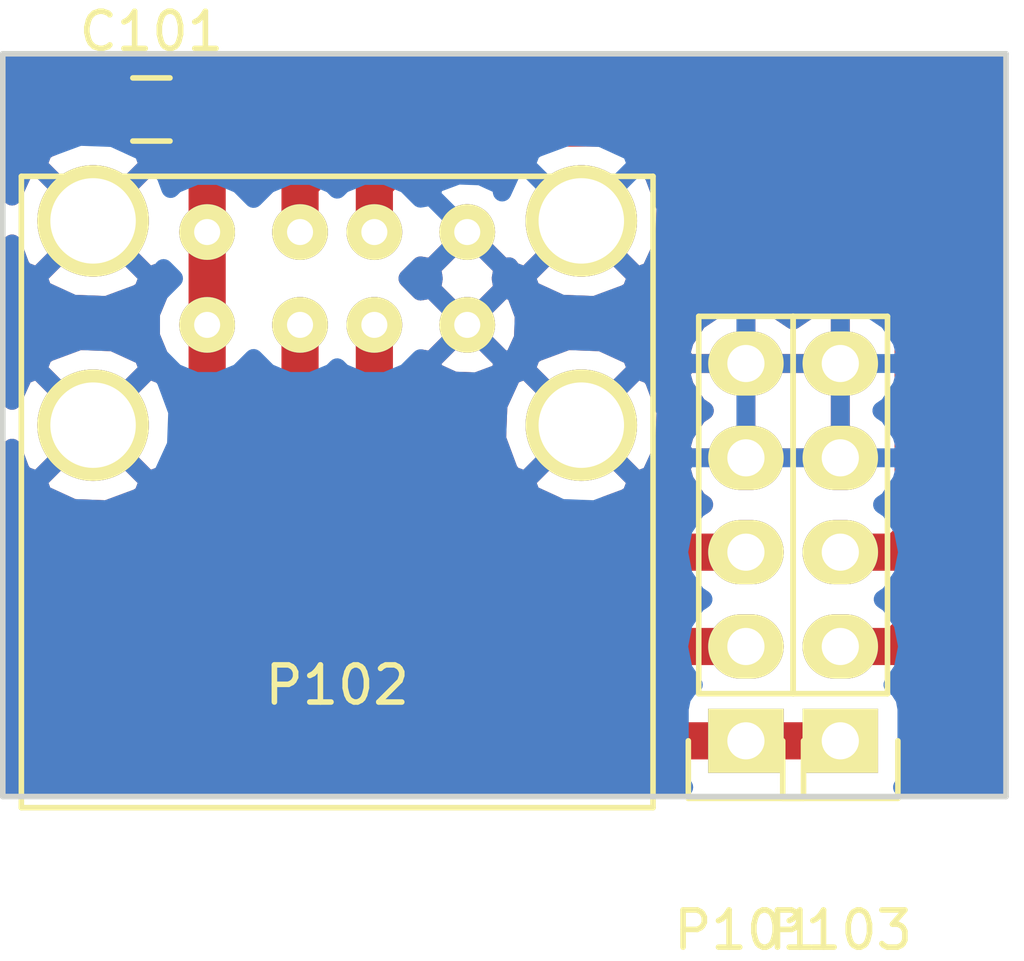
<source format=kicad_pcb>
(kicad_pcb (version 4) (host pcbnew 4.0.2+e4-6225~38~ubuntu14.04.1-stable)

  (general
    (links 18)
    (no_connects 0)
    (area 110.924999 67.725 138.698334 94.125)
    (thickness 1.6)
    (drawings 4)
    (tracks 27)
    (zones 0)
    (modules 4)
    (nets 7)
  )

  (page A4)
  (layers
    (0 F.Cu signal)
    (31 B.Cu signal)
    (33 F.Adhes user)
    (35 F.Paste user)
    (37 F.SilkS user)
    (39 F.Mask user)
    (40 Dwgs.User user)
    (41 Cmts.User user)
    (42 Eco1.User user)
    (43 Eco2.User user)
    (44 Edge.Cuts user)
    (45 Margin user)
    (47 F.CrtYd user)
    (49 F.Fab user)
  )

  (setup
    (last_trace_width 1)
    (trace_clearance 0.25)
    (zone_clearance 0.508)
    (zone_45_only no)
    (trace_min 0.2)
    (segment_width 0.2)
    (edge_width 0.15)
    (via_size 1.5)
    (via_drill 1)
    (via_min_size 0.4)
    (via_min_drill 0.3)
    (uvia_size 0.3)
    (uvia_drill 0.1)
    (uvias_allowed no)
    (uvia_min_size 0.2)
    (uvia_min_drill 0.1)
    (pcb_text_width 0.3)
    (pcb_text_size 1.5 1.5)
    (mod_edge_width 0.15)
    (mod_text_size 1 1)
    (mod_text_width 0.15)
    (pad_size 2.032 1.7272)
    (pad_drill 1)
    (pad_to_mask_clearance 0.2)
    (aux_axis_origin 0 0)
    (visible_elements FFFFFF7F)
    (pcbplotparams
      (layerselection 0x01000_80000001)
      (usegerberextensions false)
      (excludeedgelayer true)
      (linewidth 0.050000)
      (plotframeref false)
      (viasonmask false)
      (mode 1)
      (useauxorigin false)
      (hpglpennumber 1)
      (hpglpenspeed 20)
      (hpglpendiameter 15)
      (hpglpenoverlay 2)
      (psnegative false)
      (psa4output false)
      (plotreference true)
      (plotvalue true)
      (plotinvisibletext false)
      (padsonsilk false)
      (subtractmaskfromsilk false)
      (outputformat 1)
      (mirror false)
      (drillshape 0)
      (scaleselection 1)
      (outputdirectory ./manufacture))
  )

  (net 0 "")
  (net 1 "Net-(P101-Pad2)")
  (net 2 "Net-(P101-Pad3)")
  (net 3 "Net-(P102-Pad7)")
  (net 4 "Net-(P102-Pad8)")
  (net 5 GND)
  (net 6 "Net-(C101-Pad2)")

  (net_class Default "This is the default net class."
    (clearance 0.25)
    (trace_width 1)
    (via_dia 1.5)
    (via_drill 1)
    (uvia_dia 0.3)
    (uvia_drill 0.1)
    (add_net GND)
    (add_net "Net-(C101-Pad2)")
    (add_net "Net-(P101-Pad2)")
    (add_net "Net-(P101-Pad3)")
    (add_net "Net-(P102-Pad7)")
    (add_net "Net-(P102-Pad8)")
  )

  (module dolf_kicad:USB_A_double (layer F.Cu) (tedit 57727AA7) (tstamp 57726DF7)
    (at 120 79.5 180)
    (path /57726A49)
    (fp_text reference P102 (at 0 -7 180) (layer F.SilkS)
      (effects (font (size 1 1) (thickness 0.15)))
    )
    (fp_text value USB_A_double (at 0 -9 180) (layer F.Fab)
      (effects (font (size 1 1) (thickness 0.15)))
    )
    (fp_line (start -8.5 -10.3) (end -8.5 6.7) (layer F.SilkS) (width 0.15))
    (fp_line (start -8.5 6.7) (end 8.5 6.7) (layer F.SilkS) (width 0.15))
    (fp_line (start 8.5 -10.3) (end 8.5 6.7) (layer F.SilkS) (width 0.15))
    (fp_line (start -8.5 -10.3) (end 8.5 -10.3) (layer F.SilkS) (width 0.15))
    (pad 4 thru_hole circle (at -3.5 2.7 180) (size 1.5 1.5) (drill 0.7) (layers *.Cu *.Mask F.SilkS)
      (net 5 GND))
    (pad 3 thru_hole circle (at -1 2.7 180) (size 1.5 1.5) (drill 0.7) (layers *.Cu *.Mask F.SilkS)
      (net 2 "Net-(P101-Pad3)"))
    (pad 2 thru_hole circle (at 1 2.7 180) (size 1.5 1.5) (drill 0.7) (layers *.Cu *.Mask F.SilkS)
      (net 1 "Net-(P101-Pad2)"))
    (pad 1 thru_hole circle (at 3.5 2.7 180) (size 1.5 1.5) (drill 0.7) (layers *.Cu *.Mask F.SilkS)
      (net 6 "Net-(C101-Pad2)"))
    (pad 6 thru_hole circle (at 3.5 5.2 180) (size 1.5 1.5) (drill 0.7) (layers *.Cu *.Mask F.SilkS)
      (net 6 "Net-(C101-Pad2)"))
    (pad 7 thru_hole circle (at 1 5.2 180) (size 1.5 1.5) (drill 0.7) (layers *.Cu *.Mask F.SilkS)
      (net 3 "Net-(P102-Pad7)"))
    (pad 8 thru_hole circle (at -1 5.2 180) (size 1.5 1.5) (drill 0.7) (layers *.Cu *.Mask F.SilkS)
      (net 4 "Net-(P102-Pad8)"))
    (pad 9 thru_hole circle (at -3.5 5.2 180) (size 1.5 1.5) (drill 0.7) (layers *.Cu *.Mask F.SilkS)
      (net 5 GND))
    (pad 5 thru_hole circle (at 6.57 0 180) (size 3 3) (drill 2.3) (layers *.Cu *.Mask F.SilkS)
      (net 5 GND))
    (pad 10 thru_hole circle (at 6.57 5.5 180) (size 3 3) (drill 2.3) (layers *.Cu *.Mask F.SilkS)
      (net 5 GND))
    (pad 5 thru_hole circle (at -6.57 0 180) (size 3 3) (drill 2.3) (layers *.Cu *.Mask F.SilkS)
      (net 5 GND))
    (pad 10 thru_hole circle (at -6.57 5.5 180) (size 3 3) (drill 2.3) (layers *.Cu *.Mask F.SilkS)
      (net 5 GND))
  )

  (module Pin_Headers:Pin_Header_Straight_1x05 (layer F.Cu) (tedit 57727B31) (tstamp 57726DE3)
    (at 131 88 180)
    (descr "Through hole pin header")
    (tags "pin header")
    (path /57726AB3)
    (fp_text reference P101 (at 0 -5.1 180) (layer F.SilkS)
      (effects (font (size 1 1) (thickness 0.15)))
    )
    (fp_text value CONN_01X05 (at 0 -3.1 180) (layer F.Fab)
      (effects (font (size 1 1) (thickness 0.15)))
    )
    (fp_line (start -1.55 0) (end -1.55 -1.55) (layer F.SilkS) (width 0.15))
    (fp_line (start -1.55 -1.55) (end 1.55 -1.55) (layer F.SilkS) (width 0.15))
    (fp_line (start 1.55 -1.55) (end 1.55 0) (layer F.SilkS) (width 0.15))
    (fp_line (start -1.75 -1.75) (end -1.75 11.95) (layer F.CrtYd) (width 0.05))
    (fp_line (start 1.75 -1.75) (end 1.75 11.95) (layer F.CrtYd) (width 0.05))
    (fp_line (start -1.75 -1.75) (end 1.75 -1.75) (layer F.CrtYd) (width 0.05))
    (fp_line (start -1.75 11.95) (end 1.75 11.95) (layer F.CrtYd) (width 0.05))
    (fp_line (start 1.27 1.27) (end 1.27 11.43) (layer F.SilkS) (width 0.15))
    (fp_line (start 1.27 11.43) (end -1.27 11.43) (layer F.SilkS) (width 0.15))
    (fp_line (start -1.27 11.43) (end -1.27 1.27) (layer F.SilkS) (width 0.15))
    (fp_line (start 1.27 1.27) (end -1.27 1.27) (layer F.SilkS) (width 0.15))
    (pad 1 thru_hole rect (at 0 0 180) (size 2.032 1.7272) (drill 1) (layers *.Cu *.Mask F.SilkS)
      (net 6 "Net-(C101-Pad2)"))
    (pad 2 thru_hole oval (at 0 2.54 180) (size 2.032 1.7272) (drill 1) (layers *.Cu *.Mask F.SilkS)
      (net 1 "Net-(P101-Pad2)"))
    (pad 3 thru_hole oval (at 0 5.08 180) (size 2.032 1.7272) (drill 1) (layers *.Cu *.Mask F.SilkS)
      (net 2 "Net-(P101-Pad3)"))
    (pad 4 thru_hole oval (at 0 7.62 180) (size 2.032 1.7272) (drill 1) (layers *.Cu *.Mask F.SilkS)
      (net 5 GND))
    (pad 5 thru_hole oval (at 0 10.16 180) (size 2.032 1.7272) (drill 1) (layers *.Cu *.Mask F.SilkS)
      (net 5 GND))
    (model Pin_Headers.3dshapes/Pin_Header_Straight_1x05.wrl
      (at (xyz 0 -0.2 0))
      (scale (xyz 1 1 1))
      (rotate (xyz 0 0 90))
    )
  )

  (module Pin_Headers:Pin_Header_Straight_1x05 (layer F.Cu) (tedit 54EA0684) (tstamp 57726E00)
    (at 133.54 88 180)
    (descr "Through hole pin header")
    (tags "pin header")
    (path /57726B44)
    (fp_text reference P103 (at 0 -5.1 180) (layer F.SilkS)
      (effects (font (size 1 1) (thickness 0.15)))
    )
    (fp_text value CONN_01X05 (at 0 -3.1 180) (layer F.Fab)
      (effects (font (size 1 1) (thickness 0.15)))
    )
    (fp_line (start -1.55 0) (end -1.55 -1.55) (layer F.SilkS) (width 0.15))
    (fp_line (start -1.55 -1.55) (end 1.55 -1.55) (layer F.SilkS) (width 0.15))
    (fp_line (start 1.55 -1.55) (end 1.55 0) (layer F.SilkS) (width 0.15))
    (fp_line (start -1.75 -1.75) (end -1.75 11.95) (layer F.CrtYd) (width 0.05))
    (fp_line (start 1.75 -1.75) (end 1.75 11.95) (layer F.CrtYd) (width 0.05))
    (fp_line (start -1.75 -1.75) (end 1.75 -1.75) (layer F.CrtYd) (width 0.05))
    (fp_line (start -1.75 11.95) (end 1.75 11.95) (layer F.CrtYd) (width 0.05))
    (fp_line (start 1.27 1.27) (end 1.27 11.43) (layer F.SilkS) (width 0.15))
    (fp_line (start 1.27 11.43) (end -1.27 11.43) (layer F.SilkS) (width 0.15))
    (fp_line (start -1.27 11.43) (end -1.27 1.27) (layer F.SilkS) (width 0.15))
    (fp_line (start 1.27 1.27) (end -1.27 1.27) (layer F.SilkS) (width 0.15))
    (pad 1 thru_hole rect (at 0 0 180) (size 2.032 1.7272) (drill 1) (layers *.Cu *.Mask F.SilkS)
      (net 6 "Net-(C101-Pad2)"))
    (pad 2 thru_hole oval (at 0 2.54 180) (size 2.032 1.7272) (drill 1) (layers *.Cu *.Mask F.SilkS)
      (net 3 "Net-(P102-Pad7)"))
    (pad 3 thru_hole oval (at 0 5.08 180) (size 2.032 1.7272) (drill 1) (layers *.Cu *.Mask F.SilkS)
      (net 4 "Net-(P102-Pad8)"))
    (pad 4 thru_hole oval (at 0 7.62 180) (size 2.032 1.7272) (drill 1) (layers *.Cu *.Mask F.SilkS)
      (net 5 GND))
    (pad 5 thru_hole oval (at 0 10.16 180) (size 2.032 1.7272) (drill 1) (layers *.Cu *.Mask F.SilkS)
      (net 5 GND))
    (model Pin_Headers.3dshapes/Pin_Header_Straight_1x05.wrl
      (at (xyz 0 -0.2 0))
      (scale (xyz 1 1 1))
      (rotate (xyz 0 0 90))
    )
  )

  (module Capacitors_SMD:C_0805_HandSoldering (layer F.Cu) (tedit 541A9B8D) (tstamp 577271C3)
    (at 115 71)
    (descr "Capacitor SMD 0805, hand soldering")
    (tags "capacitor 0805")
    (path /57727765)
    (attr smd)
    (fp_text reference C101 (at 0 -2.1) (layer F.SilkS)
      (effects (font (size 1 1) (thickness 0.15)))
    )
    (fp_text value 100n (at 0 2.1) (layer F.Fab)
      (effects (font (size 1 1) (thickness 0.15)))
    )
    (fp_line (start -2.3 -1) (end 2.3 -1) (layer F.CrtYd) (width 0.05))
    (fp_line (start -2.3 1) (end 2.3 1) (layer F.CrtYd) (width 0.05))
    (fp_line (start -2.3 -1) (end -2.3 1) (layer F.CrtYd) (width 0.05))
    (fp_line (start 2.3 -1) (end 2.3 1) (layer F.CrtYd) (width 0.05))
    (fp_line (start 0.5 -0.85) (end -0.5 -0.85) (layer F.SilkS) (width 0.15))
    (fp_line (start -0.5 0.85) (end 0.5 0.85) (layer F.SilkS) (width 0.15))
    (pad 1 smd rect (at -1.25 0) (size 1.5 1.25) (layers F.Cu F.Paste F.Mask)
      (net 5 GND))
    (pad 2 smd rect (at 1.25 0) (size 1.5 1.25) (layers F.Cu F.Paste F.Mask)
      (net 6 "Net-(C101-Pad2)"))
    (model Capacitors_SMD.3dshapes/C_0805_HandSoldering.wrl
      (at (xyz 0 0 0))
      (scale (xyz 1 1 1))
      (rotate (xyz 0 0 0))
    )
  )

  (gr_line (start 138 69.5) (end 111 69.5) (angle 90) (layer Edge.Cuts) (width 0.15))
  (gr_line (start 138 89.5) (end 138 69.5) (angle 90) (layer Edge.Cuts) (width 0.15))
  (gr_line (start 111 89.5) (end 138 89.5) (angle 90) (layer Edge.Cuts) (width 0.15))
  (gr_line (start 111 69.5) (end 111 89.5) (angle 90) (layer Edge.Cuts) (width 0.15))

  (segment (start 131 85.46) (end 119.46 85.46) (width 1) (layer F.Cu) (net 1))
  (segment (start 119 85) (end 119 76.8) (width 1) (layer F.Cu) (net 1) (tstamp 57726F19))
  (segment (start 119.46 85.46) (end 119 85) (width 1) (layer F.Cu) (net 1) (tstamp 57726F13))
  (segment (start 121 76.8) (end 121 82.5) (width 1) (layer F.Cu) (net 2))
  (segment (start 121.42 82.92) (end 131 82.92) (width 1) (layer F.Cu) (net 2) (tstamp 577270F0))
  (segment (start 121 82.5) (end 121.42 82.92) (width 1) (layer F.Cu) (net 2) (tstamp 577270EF))
  (segment (start 119 74.3) (end 119 73) (width 1) (layer F.Cu) (net 3))
  (segment (start 135.04 85.46) (end 133.54 85.46) (width 1) (layer F.Cu) (net 3) (tstamp 57727088))
  (segment (start 137 83.5) (end 135.04 85.46) (width 1) (layer F.Cu) (net 3) (tstamp 57727086))
  (segment (start 137 75) (end 137 83.5) (width 1) (layer F.Cu) (net 3) (tstamp 57727083))
  (segment (start 132.249998 70.249998) (end 137 75) (width 1) (layer F.Cu) (net 3) (tstamp 5772707E))
  (segment (start 121.750002 70.249998) (end 132.249998 70.249998) (width 1) (layer F.Cu) (net 3) (tstamp 5772707D))
  (segment (start 119 73) (end 121.750002 70.249998) (width 1) (layer F.Cu) (net 3) (tstamp 5772707A))
  (segment (start 121 74.3) (end 121 73) (width 1) (layer F.Cu) (net 4))
  (segment (start 135.08 82.92) (end 133.54 82.92) (width 1) (layer F.Cu) (net 4) (tstamp 57727077))
  (segment (start 135.5 82.5) (end 135.08 82.92) (width 1) (layer F.Cu) (net 4) (tstamp 57727076))
  (segment (start 135.5 75.5) (end 135.5 82.5) (width 1) (layer F.Cu) (net 4) (tstamp 57727074))
  (segment (start 131.5 71.5) (end 135.5 75.5) (width 1) (layer F.Cu) (net 4) (tstamp 5772706F))
  (segment (start 122.5 71.5) (end 131.5 71.5) (width 1) (layer F.Cu) (net 4) (tstamp 5772706B))
  (segment (start 121 73) (end 122.5 71.5) (width 1) (layer F.Cu) (net 4) (tstamp 5772706A))
  (segment (start 116.5 74.3) (end 116.5 71.25) (width 1) (layer F.Cu) (net 6))
  (segment (start 116.5 71.25) (end 116.25 71) (width 1) (layer F.Cu) (net 6) (tstamp 577271D8))
  (segment (start 133.54 88) (end 131 88) (width 1) (layer F.Cu) (net 6))
  (segment (start 116.5 76.8) (end 116.5 87.5) (width 1) (layer F.Cu) (net 6))
  (segment (start 117 88) (end 131 88) (width 1) (layer F.Cu) (net 6) (tstamp 577270FE))
  (segment (start 116.5 87.5) (end 117 88) (width 1) (layer F.Cu) (net 6) (tstamp 577270FB))
  (segment (start 116.5 74.3) (end 116.5 76.8) (width 1) (layer F.Cu) (net 6))

  (zone (net 5) (net_name GND) (layer F.Cu) (tstamp 577270B3) (hatch edge 0.508)
    (connect_pads (clearance 0.508))
    (min_thickness 0.5)
    (fill yes (arc_segments 16) (thermal_gap 0.508) (thermal_bridge_width 0.508))
    (polygon
      (pts
        (xy 138 89.5) (xy 111 89.5) (xy 111 69.5) (xy 138 69.5) (xy 138 89.5)
      )
    )
    (filled_polygon
      (pts
        (xy 112.357398 69.945628) (xy 112.242 70.224225) (xy 112.242 70.8065) (xy 112.4315 70.996) (xy 113.746 70.996)
        (xy 113.746 70.976) (xy 113.754 70.976) (xy 113.754 70.996) (xy 113.774 70.996) (xy 113.774 71.004)
        (xy 113.754 71.004) (xy 113.754 71.024) (xy 113.746 71.024) (xy 113.746 71.004) (xy 112.4315 71.004)
        (xy 112.242 71.1935) (xy 112.242 71.775775) (xy 112.334112 71.998154) (xy 112.223676 72.039114) (xy 112.080016 72.135103)
        (xy 111.938901 72.503244) (xy 113.43 73.994343) (xy 114.921099 72.503244) (xy 114.844283 72.302847) (xy 114.929373 72.267601)
        (xy 114.997744 72.19923) (xy 115.199318 72.33696) (xy 115.242 72.345603) (xy 115.242 72.62974) (xy 114.926756 72.508901)
        (xy 113.435657 74) (xy 114.926756 75.491099) (xy 115.242 75.37026) (xy 115.242 75.908075) (xy 115.212158 75.937865)
        (xy 114.980264 76.496327) (xy 114.979736 77.10102) (xy 115.210655 77.659886) (xy 115.242 77.691286) (xy 115.242 78.12974)
        (xy 114.926756 78.008901) (xy 113.435657 79.5) (xy 114.926756 80.991099) (xy 115.242 80.87026) (xy 115.242 87.5)
        (xy 115.33776 87.981416) (xy 115.61046 88.38954) (xy 116.11046 88.88954) (xy 116.518584 89.16224) (xy 116.959781 89.25)
        (xy 111.25 89.25) (xy 111.25 80.996756) (xy 111.938901 80.996756) (xy 112.080016 81.364897) (xy 112.896443 81.739556)
        (xy 113.794099 81.773263) (xy 114.636324 81.460886) (xy 114.779984 81.364897) (xy 114.921099 80.996756) (xy 113.43 79.505657)
        (xy 111.938901 80.996756) (xy 111.25 80.996756) (xy 111.25 80.115553) (xy 111.469114 80.706324) (xy 111.565103 80.849984)
        (xy 111.933244 80.991099) (xy 113.424343 79.5) (xy 111.933244 78.008901) (xy 111.565103 78.150016) (xy 111.25 78.836663)
        (xy 111.25 78.003244) (xy 111.938901 78.003244) (xy 113.43 79.494343) (xy 114.921099 78.003244) (xy 114.779984 77.635103)
        (xy 113.963557 77.260444) (xy 113.065901 77.226737) (xy 112.223676 77.539114) (xy 112.080016 77.635103) (xy 111.938901 78.003244)
        (xy 111.25 78.003244) (xy 111.25 75.496756) (xy 111.938901 75.496756) (xy 112.080016 75.864897) (xy 112.896443 76.239556)
        (xy 113.794099 76.273263) (xy 114.636324 75.960886) (xy 114.779984 75.864897) (xy 114.921099 75.496756) (xy 113.43 74.005657)
        (xy 111.938901 75.496756) (xy 111.25 75.496756) (xy 111.25 74.615553) (xy 111.469114 75.206324) (xy 111.565103 75.349984)
        (xy 111.933244 75.491099) (xy 113.424343 74) (xy 111.933244 72.508901) (xy 111.565103 72.650016) (xy 111.25 73.336663)
        (xy 111.25 69.75) (xy 112.553026 69.75)
      )
    )
    (filled_polygon
      (pts
        (xy 134.242 76.021081) (xy 134.242 76.328327) (xy 133.6964 76.2184) (xy 133.544 76.2184) (xy 133.544 77.836)
        (xy 133.564 77.836) (xy 133.564 77.844) (xy 133.544 77.844) (xy 133.544 80.376) (xy 133.564 80.376)
        (xy 133.564 80.384) (xy 133.544 80.384) (xy 133.544 80.404) (xy 133.536 80.404) (xy 133.536 80.384)
        (xy 131.004 80.384) (xy 131.004 80.404) (xy 130.996 80.404) (xy 130.996 80.384) (xy 129.415506 80.384)
        (xy 129.246595 80.637624) (xy 129.347906 80.996864) (xy 129.698127 81.523816) (xy 129.86844 81.638224) (xy 129.832857 81.662)
        (xy 127.234084 81.662) (xy 127.776324 81.460886) (xy 127.919984 81.364897) (xy 128.061099 80.996756) (xy 126.57 79.505657)
        (xy 125.078901 80.996756) (xy 125.220016 81.364897) (xy 125.867439 81.662) (xy 122.258 81.662) (xy 122.258 79.864099)
        (xy 124.296737 79.864099) (xy 124.609114 80.706324) (xy 124.705103 80.849984) (xy 125.073244 80.991099) (xy 126.564343 79.5)
        (xy 126.575657 79.5) (xy 128.066756 80.991099) (xy 128.434897 80.849984) (xy 128.809556 80.033557) (xy 128.843263 79.135901)
        (xy 128.530886 78.293676) (xy 128.434897 78.150016) (xy 128.298217 78.097624) (xy 129.246595 78.097624) (xy 129.347906 78.456864)
        (xy 129.698127 78.983816) (xy 129.88597 79.11) (xy 129.698127 79.236184) (xy 129.347906 79.763136) (xy 129.246595 80.122376)
        (xy 129.415506 80.376) (xy 130.996 80.376) (xy 130.996 77.844) (xy 131.004 77.844) (xy 131.004 80.376)
        (xy 133.536 80.376) (xy 133.536 77.844) (xy 131.004 77.844) (xy 130.996 77.844) (xy 129.415506 77.844)
        (xy 129.246595 78.097624) (xy 128.298217 78.097624) (xy 128.066756 78.008901) (xy 126.575657 79.5) (xy 126.564343 79.5)
        (xy 125.073244 78.008901) (xy 124.705103 78.150016) (xy 124.330444 78.966443) (xy 124.296737 79.864099) (xy 122.258 79.864099)
        (xy 122.258 77.764687) (xy 122.54097 77.764687) (xy 122.592302 78.056145) (xy 123.142101 78.307888) (xy 123.746389 78.330069)
        (xy 124.313165 78.119311) (xy 124.407698 78.056145) (xy 124.417014 78.003244) (xy 125.078901 78.003244) (xy 126.57 79.494343)
        (xy 128.061099 78.003244) (xy 127.919984 77.635103) (xy 127.805086 77.582376) (xy 129.246595 77.582376) (xy 129.415506 77.836)
        (xy 130.996 77.836) (xy 130.996 76.2184) (xy 131.004 76.2184) (xy 131.004 77.836) (xy 133.536 77.836)
        (xy 133.536 76.2184) (xy 133.3836 76.2184) (xy 132.763345 76.343368) (xy 132.27 76.674773) (xy 131.776655 76.343368)
        (xy 131.1564 76.2184) (xy 131.004 76.2184) (xy 130.996 76.2184) (xy 130.8436 76.2184) (xy 130.223345 76.343368)
        (xy 129.698127 76.696184) (xy 129.347906 77.223136) (xy 129.246595 77.582376) (xy 127.805086 77.582376) (xy 127.103557 77.260444)
        (xy 126.205901 77.226737) (xy 125.363676 77.539114) (xy 125.220016 77.635103) (xy 125.078901 78.003244) (xy 124.417014 78.003244)
        (xy 124.45903 77.764687) (xy 123.5 76.805657) (xy 122.54097 77.764687) (xy 122.258 77.764687) (xy 122.258 77.710189)
        (xy 122.535313 77.75903) (xy 123.494343 76.8) (xy 123.505657 76.8) (xy 124.464687 77.75903) (xy 124.756145 77.707698)
        (xy 125.007888 77.157899) (xy 125.030069 76.553611) (xy 124.819311 75.986835) (xy 124.756145 75.892302) (xy 124.464687 75.84097)
        (xy 123.505657 76.8) (xy 123.494343 76.8) (xy 122.535313 75.84097) (xy 122.243855 75.892302) (xy 122.243151 75.893839)
        (xy 121.899606 75.549694) (xy 122.185111 75.264687) (xy 122.54097 75.264687) (xy 122.59122 75.55) (xy 122.54097 75.835313)
        (xy 123.5 76.794343) (xy 124.45903 75.835313) (xy 124.40878 75.55) (xy 124.418157 75.496756) (xy 125.078901 75.496756)
        (xy 125.220016 75.864897) (xy 126.036443 76.239556) (xy 126.934099 76.273263) (xy 127.776324 75.960886) (xy 127.919984 75.864897)
        (xy 128.061099 75.496756) (xy 126.57 74.005657) (xy 125.078901 75.496756) (xy 124.418157 75.496756) (xy 124.45903 75.264687)
        (xy 123.5 74.305657) (xy 122.54097 75.264687) (xy 122.185111 75.264687) (xy 122.243193 75.206707) (xy 122.243855 75.207698)
        (xy 122.535313 75.25903) (xy 123.494343 74.3) (xy 123.480201 74.285858) (xy 123.485858 74.280201) (xy 123.5 74.294343)
        (xy 123.514142 74.280201) (xy 123.519799 74.285858) (xy 123.505657 74.3) (xy 124.464687 75.25903) (xy 124.625416 75.230722)
        (xy 124.705103 75.349984) (xy 125.073244 75.491099) (xy 126.564343 74) (xy 126.550201 73.985858) (xy 126.555858 73.980201)
        (xy 126.57 73.994343) (xy 126.584142 73.980201) (xy 126.589799 73.985858) (xy 126.575657 74) (xy 128.066756 75.491099)
        (xy 128.434897 75.349984) (xy 128.809556 74.533557) (xy 128.843263 73.635901) (xy 128.530886 72.793676) (xy 128.507048 72.758)
        (xy 130.97892 72.758)
      )
    )
  )
  (zone (net 5) (net_name GND) (layer B.Cu) (tstamp 5772714D) (hatch edge 0.508)
    (connect_pads (clearance 0.508))
    (min_thickness 0.5)
    (fill yes (arc_segments 16) (thermal_gap 0.508) (thermal_bridge_width 0.508))
    (polygon
      (pts
        (xy 138 89.5) (xy 111 89.5) (xy 111 69.5) (xy 138 69.5) (xy 138 89.5)
      )
    )
    (filled_polygon
      (pts
        (xy 137.75 89.25) (xy 135.209392 89.25) (xy 135.26796 89.164282) (xy 135.32885 88.8636) (xy 135.32885 87.1364)
        (xy 135.275995 86.855502) (xy 135.109985 86.597514) (xy 134.952018 86.48958) (xy 135.225318 86.080559) (xy 135.348755 85.46)
        (xy 135.225318 84.839441) (xy 134.873799 84.313356) (xy 134.689184 84.19) (xy 134.873799 84.066644) (xy 135.225318 83.540559)
        (xy 135.348755 82.92) (xy 135.225318 82.299441) (xy 134.873799 81.773356) (xy 134.67156 81.638224) (xy 134.841873 81.523816)
        (xy 135.192094 80.996864) (xy 135.293405 80.637624) (xy 135.124494 80.384) (xy 133.544 80.384) (xy 133.544 80.404)
        (xy 133.536 80.404) (xy 133.536 80.384) (xy 131.004 80.384) (xy 131.004 80.404) (xy 130.996 80.404)
        (xy 130.996 80.384) (xy 129.415506 80.384) (xy 129.246595 80.637624) (xy 129.347906 80.996864) (xy 129.698127 81.523816)
        (xy 129.86844 81.638224) (xy 129.666201 81.773356) (xy 129.314682 82.299441) (xy 129.191245 82.92) (xy 129.314682 83.540559)
        (xy 129.666201 84.066644) (xy 129.850816 84.19) (xy 129.666201 84.313356) (xy 129.314682 84.839441) (xy 129.191245 85.46)
        (xy 129.314682 86.080559) (xy 129.588403 86.490211) (xy 129.445114 86.582415) (xy 129.27204 86.835718) (xy 129.21115 87.1364)
        (xy 129.21115 88.8636) (xy 129.264005 89.144498) (xy 129.331893 89.25) (xy 111.25 89.25) (xy 111.25 80.996756)
        (xy 111.938901 80.996756) (xy 112.080016 81.364897) (xy 112.896443 81.739556) (xy 113.794099 81.773263) (xy 114.636324 81.460886)
        (xy 114.779984 81.364897) (xy 114.921099 80.996756) (xy 125.078901 80.996756) (xy 125.220016 81.364897) (xy 126.036443 81.739556)
        (xy 126.934099 81.773263) (xy 127.776324 81.460886) (xy 127.919984 81.364897) (xy 128.061099 80.996756) (xy 126.57 79.505657)
        (xy 125.078901 80.996756) (xy 114.921099 80.996756) (xy 113.43 79.505657) (xy 111.938901 80.996756) (xy 111.25 80.996756)
        (xy 111.25 80.115553) (xy 111.469114 80.706324) (xy 111.565103 80.849984) (xy 111.933244 80.991099) (xy 113.424343 79.5)
        (xy 113.435657 79.5) (xy 114.926756 80.991099) (xy 115.294897 80.849984) (xy 115.669556 80.033557) (xy 115.675919 79.864099)
        (xy 124.296737 79.864099) (xy 124.609114 80.706324) (xy 124.705103 80.849984) (xy 125.073244 80.991099) (xy 126.564343 79.5)
        (xy 126.575657 79.5) (xy 128.066756 80.991099) (xy 128.434897 80.849984) (xy 128.809556 80.033557) (xy 128.843263 79.135901)
        (xy 128.530886 78.293676) (xy 128.434897 78.150016) (xy 128.298217 78.097624) (xy 129.246595 78.097624) (xy 129.347906 78.456864)
        (xy 129.698127 78.983816) (xy 129.88597 79.11) (xy 129.698127 79.236184) (xy 129.347906 79.763136) (xy 129.246595 80.122376)
        (xy 129.415506 80.376) (xy 130.996 80.376) (xy 130.996 77.844) (xy 131.004 77.844) (xy 131.004 80.376)
        (xy 133.536 80.376) (xy 133.536 77.844) (xy 133.544 77.844) (xy 133.544 80.376) (xy 135.124494 80.376)
        (xy 135.293405 80.122376) (xy 135.192094 79.763136) (xy 134.841873 79.236184) (xy 134.65403 79.11) (xy 134.841873 78.983816)
        (xy 135.192094 78.456864) (xy 135.293405 78.097624) (xy 135.124494 77.844) (xy 133.544 77.844) (xy 133.536 77.844)
        (xy 131.004 77.844) (xy 130.996 77.844) (xy 129.415506 77.844) (xy 129.246595 78.097624) (xy 128.298217 78.097624)
        (xy 128.066756 78.008901) (xy 126.575657 79.5) (xy 126.564343 79.5) (xy 125.073244 78.008901) (xy 124.705103 78.150016)
        (xy 124.330444 78.966443) (xy 124.296737 79.864099) (xy 115.675919 79.864099) (xy 115.703263 79.135901) (xy 115.390886 78.293676)
        (xy 115.294897 78.150016) (xy 114.926756 78.008901) (xy 113.435657 79.5) (xy 113.424343 79.5) (xy 111.933244 78.008901)
        (xy 111.565103 78.150016) (xy 111.25 78.836663) (xy 111.25 78.003244) (xy 111.938901 78.003244) (xy 113.43 79.494343)
        (xy 114.921099 78.003244) (xy 114.779984 77.635103) (xy 113.963557 77.260444) (xy 113.065901 77.226737) (xy 112.223676 77.539114)
        (xy 112.080016 77.635103) (xy 111.938901 78.003244) (xy 111.25 78.003244) (xy 111.25 75.496756) (xy 111.938901 75.496756)
        (xy 112.080016 75.864897) (xy 112.896443 76.239556) (xy 113.794099 76.273263) (xy 114.636324 75.960886) (xy 114.779984 75.864897)
        (xy 114.921099 75.496756) (xy 113.43 74.005657) (xy 111.938901 75.496756) (xy 111.25 75.496756) (xy 111.25 74.615553)
        (xy 111.469114 75.206324) (xy 111.565103 75.349984) (xy 111.933244 75.491099) (xy 113.424343 74) (xy 113.435657 74)
        (xy 114.926756 75.491099) (xy 115.294897 75.349984) (xy 115.32813 75.277566) (xy 115.600394 75.550306) (xy 115.212158 75.937865)
        (xy 114.980264 76.496327) (xy 114.979736 77.10102) (xy 115.210655 77.659886) (xy 115.637865 78.087842) (xy 116.196327 78.319736)
        (xy 116.80102 78.320264) (xy 117.359886 78.089345) (xy 117.750306 77.699606) (xy 118.137865 78.087842) (xy 118.696327 78.319736)
        (xy 119.30102 78.320264) (xy 119.859886 78.089345) (xy 119.999869 77.949606) (xy 120.137865 78.087842) (xy 120.696327 78.319736)
        (xy 121.30102 78.320264) (xy 121.859886 78.089345) (xy 122.185111 77.764687) (xy 122.54097 77.764687) (xy 122.592302 78.056145)
        (xy 123.142101 78.307888) (xy 123.746389 78.330069) (xy 124.313165 78.119311) (xy 124.407698 78.056145) (xy 124.417014 78.003244)
        (xy 125.078901 78.003244) (xy 126.57 79.494343) (xy 128.061099 78.003244) (xy 127.919984 77.635103) (xy 127.805086 77.582376)
        (xy 129.246595 77.582376) (xy 129.415506 77.836) (xy 130.996 77.836) (xy 130.996 76.2184) (xy 131.004 76.2184)
        (xy 131.004 77.836) (xy 133.536 77.836) (xy 133.536 76.2184) (xy 133.544 76.2184) (xy 133.544 77.836)
        (xy 135.124494 77.836) (xy 135.293405 77.582376) (xy 135.192094 77.223136) (xy 134.841873 76.696184) (xy 134.316655 76.343368)
        (xy 133.6964 76.2184) (xy 133.544 76.2184) (xy 133.536 76.2184) (xy 133.3836 76.2184) (xy 132.763345 76.343368)
        (xy 132.27 76.674773) (xy 131.776655 76.343368) (xy 131.1564 76.2184) (xy 131.004 76.2184) (xy 130.996 76.2184)
        (xy 130.8436 76.2184) (xy 130.223345 76.343368) (xy 129.698127 76.696184) (xy 129.347906 77.223136) (xy 129.246595 77.582376)
        (xy 127.805086 77.582376) (xy 127.103557 77.260444) (xy 126.205901 77.226737) (xy 125.363676 77.539114) (xy 125.220016 77.635103)
        (xy 125.078901 78.003244) (xy 124.417014 78.003244) (xy 124.45903 77.764687) (xy 123.5 76.805657) (xy 122.54097 77.764687)
        (xy 122.185111 77.764687) (xy 122.243193 77.706707) (xy 122.243855 77.707698) (xy 122.535313 77.75903) (xy 123.494343 76.8)
        (xy 123.505657 76.8) (xy 124.464687 77.75903) (xy 124.756145 77.707698) (xy 125.007888 77.157899) (xy 125.030069 76.553611)
        (xy 124.819311 75.986835) (xy 124.756145 75.892302) (xy 124.464687 75.84097) (xy 123.505657 76.8) (xy 123.494343 76.8)
        (xy 122.535313 75.84097) (xy 122.243855 75.892302) (xy 122.243151 75.893839) (xy 121.899606 75.549694) (xy 122.185111 75.264687)
        (xy 122.54097 75.264687) (xy 122.59122 75.55) (xy 122.54097 75.835313) (xy 123.5 76.794343) (xy 124.45903 75.835313)
        (xy 124.40878 75.55) (xy 124.418157 75.496756) (xy 125.078901 75.496756) (xy 125.220016 75.864897) (xy 126.036443 76.239556)
        (xy 126.934099 76.273263) (xy 127.776324 75.960886) (xy 127.919984 75.864897) (xy 128.061099 75.496756) (xy 126.57 74.005657)
        (xy 125.078901 75.496756) (xy 124.418157 75.496756) (xy 124.45903 75.264687) (xy 123.5 74.305657) (xy 122.54097 75.264687)
        (xy 122.185111 75.264687) (xy 122.243193 75.206707) (xy 122.243855 75.207698) (xy 122.535313 75.25903) (xy 123.494343 74.3)
        (xy 122.535313 73.34097) (xy 122.243855 73.392302) (xy 122.243151 73.393839) (xy 122.184727 73.335313) (xy 122.54097 73.335313)
        (xy 123.5 74.294343) (xy 123.514142 74.280201) (xy 123.519799 74.285858) (xy 123.505657 74.3) (xy 124.464687 75.25903)
        (xy 124.625416 75.230722) (xy 124.705103 75.349984) (xy 125.073244 75.491099) (xy 126.564343 74) (xy 126.575657 74)
        (xy 128.066756 75.491099) (xy 128.434897 75.349984) (xy 128.809556 74.533557) (xy 128.843263 73.635901) (xy 128.530886 72.793676)
        (xy 128.434897 72.650016) (xy 128.066756 72.508901) (xy 126.575657 74) (xy 126.564343 74) (xy 125.073244 72.508901)
        (xy 124.705103 72.650016) (xy 124.440057 73.227584) (xy 124.407698 73.043855) (xy 123.857899 72.792112) (xy 123.253611 72.769931)
        (xy 122.686835 72.980689) (xy 122.592302 73.043855) (xy 122.54097 73.335313) (xy 122.184727 73.335313) (xy 121.862135 73.012158)
        (xy 121.303673 72.780264) (xy 120.69898 72.779736) (xy 120.140114 73.010655) (xy 120.000131 73.150394) (xy 119.862135 73.012158)
        (xy 119.303673 72.780264) (xy 118.69898 72.779736) (xy 118.140114 73.010655) (xy 117.749694 73.400394) (xy 117.362135 73.012158)
        (xy 116.803673 72.780264) (xy 116.19898 72.779736) (xy 115.640114 73.010655) (xy 115.51696 73.133594) (xy 115.390886 72.793676)
        (xy 115.294897 72.650016) (xy 114.926756 72.508901) (xy 113.435657 74) (xy 113.424343 74) (xy 111.933244 72.508901)
        (xy 111.565103 72.650016) (xy 111.25 73.336663) (xy 111.25 72.503244) (xy 111.938901 72.503244) (xy 113.43 73.994343)
        (xy 114.921099 72.503244) (xy 125.078901 72.503244) (xy 126.57 73.994343) (xy 128.061099 72.503244) (xy 127.919984 72.135103)
        (xy 127.103557 71.760444) (xy 126.205901 71.726737) (xy 125.363676 72.039114) (xy 125.220016 72.135103) (xy 125.078901 72.503244)
        (xy 114.921099 72.503244) (xy 114.779984 72.135103) (xy 113.963557 71.760444) (xy 113.065901 71.726737) (xy 112.223676 72.039114)
        (xy 112.080016 72.135103) (xy 111.938901 72.503244) (xy 111.25 72.503244) (xy 111.25 69.75) (xy 137.75 69.75)
      )
    )
  )
)

</source>
